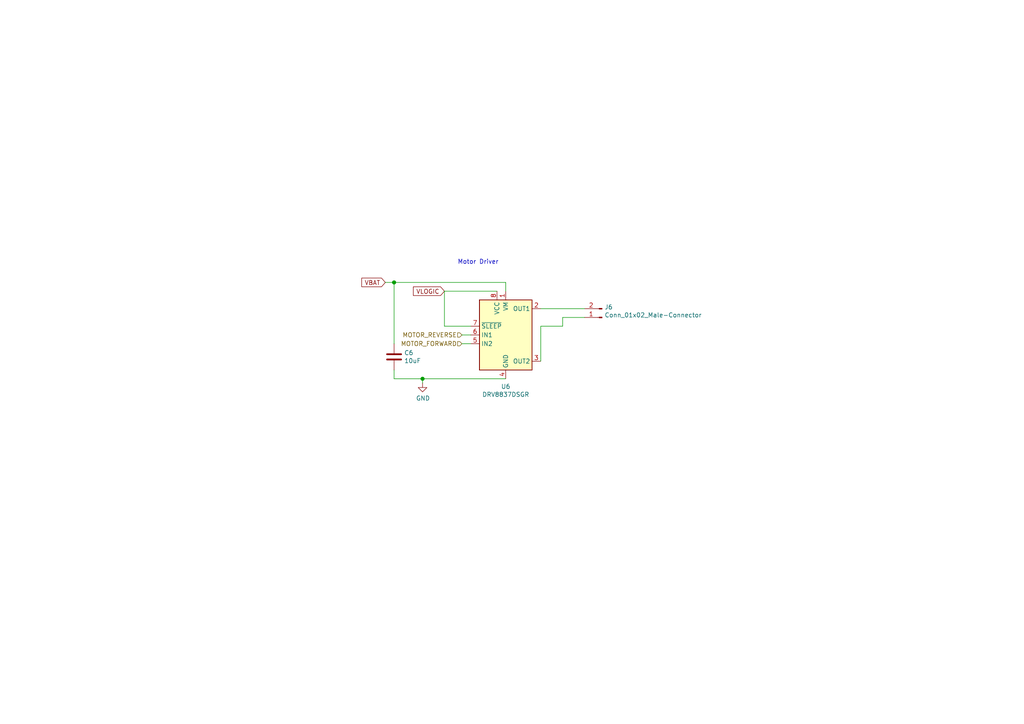
<source format=kicad_sch>
(kicad_sch (version 20201015) (generator eeschema)
  (paper "A4")
  (lib_symbols
    (symbol "Driver_Motor:DRV8837C"
      (property "Reference" "U" (at 6.35 11.43 0))
      (property "Value" "DRV8837C" (at -10.16 11.43 0))
      (symbol "DRV8837C_0_1"
        (rectangle (start -7.62 10.16) (end 7.62 -10.16) (stroke (width 0.254)) (fill (type background)))
      )
      (symbol "DRV8837C_1_1"
        (pin power_in line (at 0 12.7 270) (length 2.54) (name "VM") (number "1"))
        (pin output line (at 10.16 7.62 180) (length 2.54) (name "OUT1") (number "2"))
        (pin output line (at 10.16 -7.62 180) (length 2.54) (name "OUT2") (number "3"))
        (pin power_in line (at 0 -12.7 90) (length 2.54) (name "GND") (number "4"))
        (pin input line (at -10.16 -2.54 0) (length 2.54) (name "IN2") (number "5"))
        (pin input line (at -10.16 0 0) (length 2.54) (name "IN1") (number "6"))
        (pin input line (at -10.16 2.54 0) (length 2.54) (name "~SLEEP") (number "7"))
        (pin power_in line (at -2.54 12.7 270) (length 2.54) (name "VCC") (number "8"))
        (pin passive line (at 0 -12.7 90) (length 2.54) hide (name "GND") (number "9"))
      )
    )
    (symbol "malenki-nano-rescue:C-Device" (pin_numbers hide) (pin_names (offset 0.254))
      (property "Reference" "C" (at 0.635 2.54 0))
      (property "Value" "C-Device" (at 0.635 -2.54 0))
      (symbol "C-Device_0_1"
        (polyline (pts (xy -2.032 -0.762) (xy 2.032 -0.762)) (stroke (width 0.508)))
        (polyline (pts (xy -2.032 0.762) (xy 2.032 0.762)) (stroke (width 0.508)))
      )
      (symbol "C-Device_1_1"
        (pin passive line (at 0 3.81 270) (length 2.794) (name "~") (number "1"))
        (pin passive line (at 0 -3.81 90) (length 2.794) (name "~") (number "2"))
      )
    )
    (symbol "malenki-nano-rescue:Conn_01x02_Male-Connector" (pin_names (offset 1.016) hide)
      (property "Reference" "J" (at 0 2.54 0))
      (property "Value" "Conn_01x02_Male-Connector" (at 0 -5.08 0))
      (symbol "Conn_01x02_Male-Connector_1_1"
        (rectangle (start 0.8636 -2.413) (end 0 -2.667) (stroke (width 0.1524)) (fill (type outline)))
        (rectangle (start 0.8636 0.127) (end 0 -0.127) (stroke (width 0.1524)) (fill (type outline)))
        (polyline (pts (xy 1.27 -2.54) (xy 0.8636 -2.54)) (stroke (width 0.1524)))
        (polyline (pts (xy 1.27 0) (xy 0.8636 0)) (stroke (width 0.1524)))
        (pin passive line (at 5.08 0 180) (length 3.81) (name "Pin_1") (number "1"))
        (pin passive line (at 5.08 -2.54 180) (length 3.81) (name "Pin_2") (number "2"))
      )
    )
    (symbol "malenki-nano-rescue:GND-power" (power) (pin_names (offset 0))
      (property "Value" "GND-power" (at 0 -3.81 0))
      (symbol "GND-power_0_1"
        (polyline (pts (xy 0 0) (xy 0 -1.27) (xy 1.27 -1.27) (xy 0 -2.54) (xy -1.27 -1.27) (xy 0 -1.27)))
      )
      (symbol "GND-power_1_1"
        (pin power_in line (at 0 0 270) (length 0) hide (name "GND") (number "1"))
      )
    )
  )
  (junction (at 114.3 81.915) (diameter 1.016))
  (junction (at 122.555 109.855) (diameter 1.016))
  (wire (pts (xy 114.3 81.915) (xy 111.76 81.915)))
  (wire (pts (xy 114.3 81.915) (xy 114.3 99.695)))
  (wire (pts (xy 114.3 107.315) (xy 114.3 109.855)))
  (wire (pts (xy 114.3 109.855) (xy 122.555 109.855)))
  (wire (pts (xy 122.555 109.855) (xy 122.555 111.125)))
  (wire (pts (xy 122.555 109.855) (xy 146.685 109.855)))
  (wire (pts (xy 128.905 84.455) (xy 128.905 94.615)))
  (wire (pts (xy 128.905 94.615) (xy 136.525 94.615)))
  (wire (pts (xy 136.525 97.155) (xy 133.985 97.155)))
  (wire (pts (xy 136.525 99.695) (xy 133.985 99.695)))
  (wire (pts (xy 144.145 84.455) (xy 128.905 84.455)))
  (wire (pts (xy 146.685 81.915) (xy 114.3 81.915)))
  (wire (pts (xy 146.685 84.455) (xy 146.685 81.915)))
  (wire (pts (xy 156.845 89.535) (xy 169.545 89.535)))
  (wire (pts (xy 156.845 94.615) (xy 163.195 94.615)))
  (wire (pts (xy 156.845 104.775) (xy 156.845 94.615)))
  (wire (pts (xy 163.195 94.615) (xy 163.195 92.075)))
  (wire (pts (xy 169.545 92.075) (xy 163.195 92.075)))
  (text "Motor Driver" (at 132.715 76.835 0) (effects (font (size 1.27 1.27)) (justify left bottom)))
  (global_label "VBAT" (shape input) (at 111.76 81.915 180) (property "Intersheet References" "${INTERSHEET_REFS}" (effects hide)))
  (global_label "VLOGIC" (shape input) (at 128.905 84.455 180) (property "Intersheet References" "${INTERSHEET_REFS}" (effects hide)))
  (hierarchical_label "MOTOR_REVERSE" (shape input) (at 133.985 97.155 180))
  (hierarchical_label "MOTOR_FORWARD" (shape input) (at 133.985 99.695 180))
  (symbol (lib_id "malenki-nano-rescue:GND-power") (at 122.555 111.125 0)
    (property "Reference" "#PWR08" (effects hide))
    (property "Value" "GND" (at 122.682 115.5192 0))
  )
  (symbol (lib_id "malenki-nano-rescue:Conn_01x02_Male-Connector") (at 174.625 92.075 180) (in_bom no)
    (property "Reference" "J6" (at 175.3362 89.0778 0) (effects (justify right)))
    (property "Value" "Conn_01x02_Male-Connector" (at 175.3362 91.3892 0) (effects (justify right)))
    (property "Footprint" "malenki-nano:PinHeader_1x02_P2.54mm_BIG1" (effects hide))
  )
  (symbol (lib_id "malenki-nano-rescue:C-Device") (at 114.3 103.505 0)
    (property "Reference" "C6" (at 117.221 102.3366 0) (effects (justify left)))
    (property "Value" "10uF" (at 117.221 104.648 0) (effects (justify left)))
    (property "Footprint" "Capacitor_SMD:C_0603_1608Metric" (effects hide))
  )
  (symbol (lib_id "Driver_Motor:DRV8837C") (at 146.685 97.155 0)
    (property "Reference" "U6" (at 146.685 112.1156 0))
    (property "Value" "DRV8837DSGR" (at 146.685 114.427 0))
    (property "Footprint" "malenki-nano:WSON-8-1EP_2x2mm_P0.5mm_HAND1" (effects hide))
    (property "Datasheet" "https://datasheet.lcsc.com/szlcsc/Texas-Instruments-TI-DRV8837DSGR_C39159.pdf" (effects hide))
    (property "LCSC" "C39159" (effects hide))
  )
)
</source>
